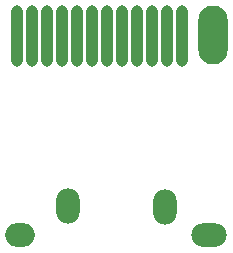
<source format=gbr>
G04 #@! TF.GenerationSoftware,KiCad,Pcbnew,(5.0.2)-1*
G04 #@! TF.CreationDate,2019-07-28T23:18:33+08:00*
G04 #@! TF.ProjectId,DOOR,444f4f52-2e6b-4696-9361-645f70636258,rev?*
G04 #@! TF.SameCoordinates,Original*
G04 #@! TF.FileFunction,Paste,Top*
G04 #@! TF.FilePolarity,Positive*
%FSLAX46Y46*%
G04 Gerber Fmt 4.6, Leading zero omitted, Abs format (unit mm)*
G04 Created by KiCad (PCBNEW (5.0.2)-1) date 2019-07-28 23:18:33*
%MOMM*%
%LPD*%
G01*
G04 APERTURE LIST*
%ADD10O,2.000000X3.000000*%
%ADD11O,2.500000X2.000000*%
%ADD12O,1.000000X5.200000*%
%ADD13O,2.500000X5.000000*%
%ADD14O,3.000000X2.000000*%
G04 APERTURE END LIST*
D10*
G04 #@! TO.C,REF\002A\002A*
X141732000Y-82219800D03*
G04 #@! TD*
G04 #@! TO.C,REF\002A\002A*
X149946360Y-82326480D03*
G04 #@! TD*
D11*
G04 #@! TO.C,REF\002A\002A*
X137695940Y-84681060D03*
G04 #@! TD*
D12*
G04 #@! TO.C,U1*
X151350980Y-67840860D03*
X150080980Y-67840860D03*
X148810980Y-67840860D03*
X147540980Y-67840860D03*
X146270980Y-67840860D03*
X145000980Y-67840860D03*
X143730980Y-67840860D03*
X142460980Y-67840860D03*
X141190980Y-67840860D03*
X139920980Y-67840860D03*
X138650980Y-67840860D03*
D13*
X153997660Y-67749420D03*
D12*
X137380980Y-67840860D03*
G04 #@! TD*
D14*
G04 #@! TO.C,REF\002A\002A*
X153682700Y-84658200D03*
G04 #@! TD*
M02*

</source>
